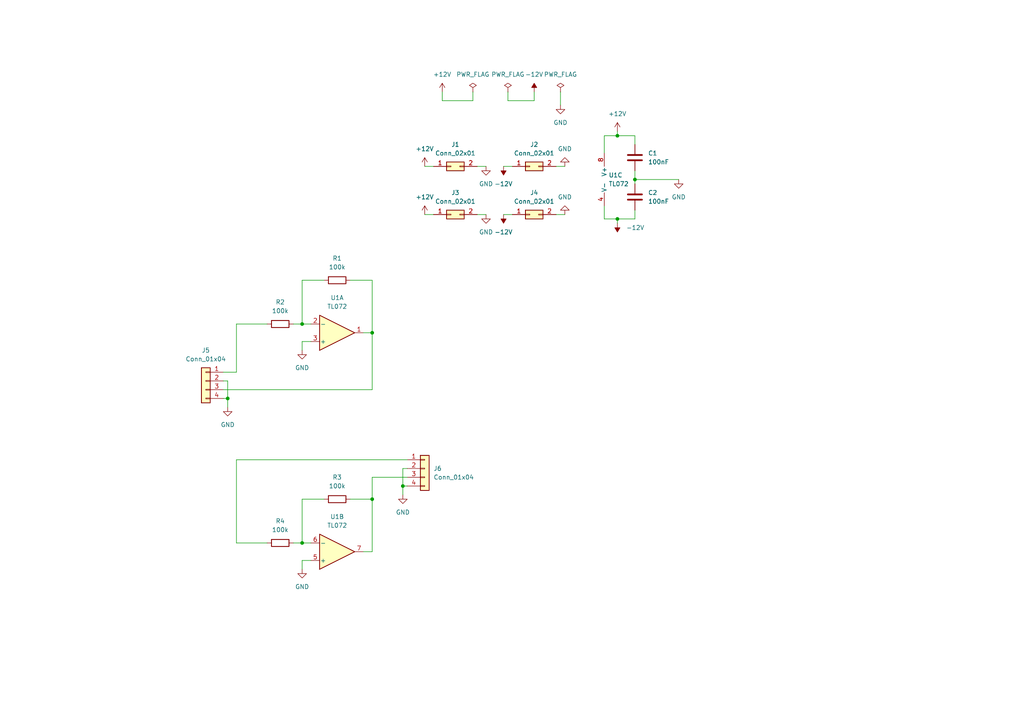
<source format=kicad_sch>
(kicad_sch (version 20211123) (generator eeschema)
  (paper "A4")
  (lib_symbols
    (symbol "Amplifier_Operational:TL072" (pin_names (offset 0.127))
      (property "Reference" "U" (at 0 5.08 0))
      (property "Value" "TL072" (at 0 -5.08 0))
      (symbol "TL072_1_1"
        (polyline (pts (xy -5.08 5.08) (xy 5.08 0) (xy -5.08 -5.08) (xy -5.08 5.08)) (stroke (width 0.254)) (fill (type background)))
        (pin output line (at 7.62 0 180) (length 2.54) (name "~") (number "1"))
        (pin input line (at -7.62 -2.54 0) (length 2.54) (name "-") (number "2"))
        (pin input line (at -7.62 2.54 0) (length 2.54) (name "+") (number "3"))
      )
      (symbol "TL072_2_1"
        (polyline (pts (xy -5.08 5.08) (xy 5.08 0) (xy -5.08 -5.08) (xy -5.08 5.08)) (stroke (width 0.254)) (fill (type background)))
        (pin input line (at -7.62 2.54 0) (length 2.54) (name "+") (number "5"))
        (pin input line (at -7.62 -2.54 0) (length 2.54) (name "-") (number "6"))
        (pin output line (at 7.62 0 180) (length 2.54) (name "~") (number "7"))
      )
      (symbol "TL072_3_1"
        (pin power_in line (at -2.54 -7.62 90) (length 3.81) (name "V-") (number "4"))
        (pin power_in line (at -2.54 7.62 270) (length 3.81) (name "V+") (number "8"))
      )
    )
    (symbol "Connector_Generic:Conn_01x04" (pin_names (offset 1.016) hide)
      (property "Reference" "J" (at 0 5.08 0))
      (property "Value" "Conn_01x04" (at 0 -7.62 0))
      (symbol "Conn_01x04_1_1"
        (rectangle (start -1.27 -4.953) (end 0 -5.207) (stroke (width 0.1524)))
        (rectangle (start -1.27 -2.413) (end 0 -2.667) (stroke (width 0.1524)))
        (rectangle (start -1.27 0.127) (end 0 -0.127) (stroke (width 0.1524)))
        (rectangle (start -1.27 2.667) (end 0 2.413) (stroke (width 0.1524)))
        (rectangle (start -1.27 3.81) (end 1.27 -6.35) (stroke (width 0.254)) (fill (type background)))
        (pin passive line (at -5.08 2.54 0) (length 3.81) (name "Pin_1") (number "1"))
        (pin passive line (at -5.08 0 0) (length 3.81) (name "Pin_2") (number "2"))
        (pin passive line (at -5.08 -2.54 0) (length 3.81) (name "Pin_3") (number "3"))
        (pin passive line (at -5.08 -5.08 0) (length 3.81) (name "Pin_4") (number "4"))
      )
    )
    (symbol "Connector_Generic:Conn_02x01" (pin_names (offset 1.016) hide)
      (property "Reference" "J" (at 1.27 2.54 0))
      (property "Value" "Conn_02x01" (at 1.27 -2.54 0))
      (symbol "Conn_02x01_1_1"
        (rectangle (start -1.27 0.127) (end 0 -0.127) (stroke (width 0.1524)))
        (rectangle (start -1.27 1.27) (end 3.81 -1.27) (stroke (width 0.254)) (fill (type background)))
        (rectangle (start 3.81 0.127) (end 2.54 -0.127) (stroke (width 0.1524)))
        (pin passive line (at -5.08 0 0) (length 3.81) (name "Pin_1") (number "1"))
        (pin passive line (at 7.62 0 180) (length 3.81) (name "Pin_2") (number "2"))
      )
    )
    (symbol "Device:C" (pin_numbers hide) (pin_names (offset 0.254))
      (property "Reference" "C" (at 0.635 2.54 0))
      (property "Value" "C" (at 0.635 -2.54 0))
      (symbol "C_0_1"
        (polyline (pts (xy -2.032 -0.762) (xy 2.032 -0.762)) (stroke (width 0.508)))
        (polyline (pts (xy -2.032 0.762) (xy 2.032 0.762)) (stroke (width 0.508)))
      )
      (symbol "C_1_1"
        (pin passive line (at 0 3.81 270) (length 2.794) (name "~") (number "1"))
        (pin passive line (at 0 -3.81 90) (length 2.794) (name "~") (number "2"))
      )
    )
    (symbol "Device:R" (pin_numbers hide) (pin_names (offset 0))
      (property "Reference" "R" (at 2.032 0 90))
      (property "Value" "R" (at 0 0 90))
      (symbol "R_0_1"
        (rectangle (start -1.016 -2.54) (end 1.016 2.54) (stroke (width 0.254)))
      )
      (symbol "R_1_1"
        (pin passive line (at 0 3.81 270) (length 1.27) (name "~") (number "1"))
        (pin passive line (at 0 -3.81 90) (length 1.27) (name "~") (number "2"))
      )
    )
    (symbol "power:+12V" (power) (pin_names (offset 0))
      (property "Value" "+12V" (at 0 3.556 0))
      (symbol "+12V_0_1"
        (polyline (pts (xy -0.762 1.27) (xy 0 2.54)))
        (polyline (pts (xy 0 0) (xy 0 2.54)))
        (polyline (pts (xy 0 2.54) (xy 0.762 1.27)))
      )
      (symbol "+12V_1_1"
        (pin power_in line (at 0 0 90) (length 0) hide (name "+12V") (number "1"))
      )
    )
    (symbol "power:-12V" (power) (pin_names (offset 0))
      (property "Value" "-12V" (at 0 3.81 0))
      (symbol "-12V_0_0"
        (pin power_in line (at 0 0 90) (length 0) hide (name "-12V") (number "1"))
      )
      (symbol "-12V_0_1"
        (polyline (pts (xy 0 0) (xy 0 1.27) (xy 0.762 1.27) (xy 0 2.54) (xy -0.762 1.27) (xy 0 1.27)) (fill (type outline)))
      )
    )
    (symbol "power:GND" (power) (pin_names (offset 0))
      (property "Value" "GND" (at 0 -3.81 0))
      (symbol "GND_0_1"
        (polyline (pts (xy 0 0) (xy 0 -1.27) (xy 1.27 -1.27) (xy 0 -2.54) (xy -1.27 -1.27) (xy 0 -1.27)))
      )
      (symbol "GND_1_1"
        (pin power_in line (at 0 0 270) (length 0) hide (name "GND") (number "1"))
      )
    )
    (symbol "power:PWR_FLAG" (power) (pin_numbers hide) (pin_names (offset 0) hide)
      (property "Value" "PWR_FLAG" (at 0 3.81 0))
      (symbol "PWR_FLAG_0_0"
        (pin power_out line (at 0 0 90) (length 0) (name "pwr") (number "1"))
      )
      (symbol "PWR_FLAG_0_1"
        (polyline (pts (xy 0 0) (xy 0 1.27) (xy -1.016 1.905) (xy 0 2.54) (xy 1.016 1.905) (xy 0 1.27)))
      )
    )
  )
  (junction (at 87.63 93.98))
  (junction (at 66.04 115.57))
  (junction (at 107.95 144.78))
  (junction (at 179.07 39.37))
  (junction (at 179.07 63.5))
  (junction (at 116.84 140.97))
  (junction (at 87.63 157.48))
  (junction (at 184.15 52.07))
  (junction (at 107.95 96.52))
  (wire (pts (xy 107.95 144.78) (xy 107.95 138.43)))
  (wire (pts (xy 116.84 140.97) (xy 116.84 135.89)))
  (wire (pts (xy 184.15 39.37) (xy 179.07 39.37)))
  (wire (pts (xy 116.84 140.97) (xy 116.84 143.51)))
  (wire (pts (xy 64.77 113.03) (xy 107.95 113.03)))
  (wire (pts (xy 184.15 63.5) (xy 184.15 60.96)))
  (wire (pts (xy 64.77 115.57) (xy 66.04 115.57)))
  (wire (pts (xy 184.15 41.91) (xy 184.15 39.37)))
  (wire (pts (xy 161.29 62.23) (xy 163.83 62.23)))
  (wire (pts (xy 93.98 144.78) (xy 87.63 144.78)))
  (wire (pts (xy 175.26 59.69) (xy 175.26 63.5)))
  (wire (pts (xy 90.17 93.98) (xy 87.63 93.98)))
  (wire (pts (xy 179.07 39.37) (xy 175.26 39.37)))
  (wire (pts (xy 147.32 29.21) (xy 154.94 29.21)))
  (wire (pts (xy 87.63 162.56) (xy 90.17 162.56)))
  (wire (pts (xy 87.63 157.48) (xy 90.17 157.48)))
  (wire (pts (xy 184.15 52.07) (xy 196.85 52.07)))
  (wire (pts (xy 138.43 48.26) (xy 140.97 48.26)))
  (wire (pts (xy 68.58 133.35) (xy 68.58 157.48)))
  (wire (pts (xy 68.58 157.48) (xy 77.47 157.48)))
  (wire (pts (xy 87.63 81.28) (xy 93.98 81.28)))
  (wire (pts (xy 162.56 26.67) (xy 162.56 30.48)))
  (wire (pts (xy 68.58 107.95) (xy 68.58 93.98)))
  (wire (pts (xy 184.15 49.53) (xy 184.15 52.07)))
  (wire (pts (xy 107.95 81.28) (xy 107.95 96.52)))
  (wire (pts (xy 85.09 93.98) (xy 87.63 93.98)))
  (wire (pts (xy 146.05 62.23) (xy 148.59 62.23)))
  (wire (pts (xy 87.63 144.78) (xy 87.63 157.48)))
  (wire (pts (xy 101.6 81.28) (xy 107.95 81.28)))
  (wire (pts (xy 66.04 115.57) (xy 66.04 110.49)))
  (wire (pts (xy 85.09 157.48) (xy 87.63 157.48)))
  (wire (pts (xy 116.84 135.89) (xy 118.11 135.89)))
  (wire (pts (xy 147.32 26.67) (xy 147.32 29.21)))
  (wire (pts (xy 101.6 144.78) (xy 107.95 144.78)))
  (wire (pts (xy 179.07 63.5) (xy 184.15 63.5)))
  (wire (pts (xy 123.19 62.23) (xy 125.73 62.23)))
  (wire (pts (xy 68.58 93.98) (xy 77.47 93.98)))
  (wire (pts (xy 179.07 63.5) (xy 179.07 64.77)))
  (wire (pts (xy 105.41 160.02) (xy 107.95 160.02)))
  (wire (pts (xy 87.63 99.06) (xy 90.17 99.06)))
  (wire (pts (xy 184.15 52.07) (xy 184.15 53.34)))
  (wire (pts (xy 107.95 160.02) (xy 107.95 144.78)))
  (wire (pts (xy 64.77 110.49) (xy 66.04 110.49)))
  (wire (pts (xy 64.77 107.95) (xy 68.58 107.95)))
  (wire (pts (xy 123.19 48.26) (xy 125.73 48.26)))
  (wire (pts (xy 146.05 48.26) (xy 148.59 48.26)))
  (wire (pts (xy 87.63 93.98) (xy 87.63 81.28)))
  (wire (pts (xy 175.26 63.5) (xy 179.07 63.5)))
  (wire (pts (xy 175.26 39.37) (xy 175.26 44.45)))
  (wire (pts (xy 118.11 133.35) (xy 68.58 133.35)))
  (wire (pts (xy 87.63 165.1) (xy 87.63 162.56)))
  (wire (pts (xy 66.04 118.11) (xy 66.04 115.57)))
  (wire (pts (xy 107.95 138.43) (xy 118.11 138.43)))
  (wire (pts (xy 128.27 26.67) (xy 128.27 29.21)))
  (wire (pts (xy 105.41 96.52) (xy 107.95 96.52)))
  (wire (pts (xy 154.94 26.67) (xy 154.94 29.21)))
  (wire (pts (xy 87.63 101.6) (xy 87.63 99.06)))
  (wire (pts (xy 161.29 48.26) (xy 163.83 48.26)))
  (wire (pts (xy 138.43 62.23) (xy 140.97 62.23)))
  (wire (pts (xy 116.84 140.97) (xy 118.11 140.97)))
  (wire (pts (xy 137.16 29.21) (xy 128.27 29.21)))
  (wire (pts (xy 107.95 96.52) (xy 107.95 113.03)))
  (wire (pts (xy 137.16 26.67) (xy 137.16 29.21)))
  (wire (pts (xy 179.07 38.1) (xy 179.07 39.37)))
  (symbol (lib_id "power:PWR_FLAG") (at 147.32 26.67 0) (unit 1)
    (property "Reference" "#FLG02" (effects hide))
    (property "Value" "PWR_FLAG" (at 147.32 21.59 0))
  )
  (symbol (lib_id "power:GND") (at 140.97 48.26 0) (unit 1)
    (property "Reference" "#PWR06" (effects hide))
    (property "Value" "GND" (at 140.97 53.34 0))
  )
  (symbol (lib_id "power:GND") (at 66.04 118.11 0) (unit 1)
    (property "Reference" "#PWR016" (effects hide))
    (property "Value" "GND" (at 66.04 123.19 0))
  )
  (symbol (lib_id "Device:C") (at 184.15 45.72 0) (unit 1)
    (property "Reference" "C1" (at 187.96 44.4499 0) (effects (justify left)))
    (property "Value" "100nF" (at 187.96 46.9899 0) (effects (justify left)))
    (property "Footprint" "Capacitor_THT:C_Disc_D4.7mm_W2.5mm_P5.00mm" (effects hide))
  )
  (symbol (lib_id "Device:C") (at 184.15 57.15 0) (unit 1)
    (property "Reference" "C2" (at 187.96 55.8799 0) (effects (justify left)))
    (property "Value" "100nF" (at 187.96 58.4199 0) (effects (justify left)))
    (property "Footprint" "Capacitor_THT:C_Disc_D4.7mm_W2.5mm_P5.00mm" (effects hide))
  )
  (symbol (lib_id "power:GND") (at 162.56 30.48 0) (unit 1)
    (property "Reference" "#PWR03" (effects hide))
    (property "Value" "GND" (at 162.56 35.56 0))
  )
  (symbol (lib_id "power:-12V") (at 179.07 64.77 180) (unit 1)
    (property "Reference" "#PWR014" (effects hide))
    (property "Value" "-12V" (at 181.61 66.0399 0) (effects (justify right)))
  )
  (symbol (lib_id "power:-12V") (at 146.05 62.23 0) (mirror x) (unit 1)
    (property "Reference" "#PWR012" (effects hide))
    (property "Value" "-12V" (at 146.05 67.31 0))
  )
  (symbol (lib_id "Amplifier_Operational:TL072") (at 97.79 96.52 0) (mirror x) (unit 1)
    (property "Reference" "U1" (at 97.79 86.36 0))
    (property "Value" "TL072" (at 97.79 88.9 0))
    (property "Footprint" "Package_DIP:DIP-8_W7.62mm_Socket" (effects hide))
    (property "Datasheet" "http://www.ti.com/lit/ds/symlink/tl071.pdf" (effects hide))
  )
  (symbol (lib_id "Device:R") (at 81.28 157.48 90) (unit 1)
    (property "Reference" "R4" (at 81.28 151.13 90))
    (property "Value" "100k" (at 81.28 153.67 90))
    (property "Footprint" "Resistor_THT:R_Axial_DIN0207_L6.3mm_D2.5mm_P2.54mm_Vertical" (effects hide))
  )
  (symbol (lib_id "Connector_Generic:Conn_02x01") (at 130.81 62.23 0) (unit 1)
    (property "Reference" "J3" (at 132.08 55.88 0))
    (property "Value" "Conn_02x01" (at 132.08 58.42 0))
    (property "Footprint" "Connector_PinHeader_2.54mm:PinHeader_2x01_P2.54mm_Vertical" (effects hide))
  )
  (symbol (lib_id "Device:R") (at 97.79 144.78 90) (unit 1)
    (property "Reference" "R3" (at 97.79 138.43 90))
    (property "Value" "100k" (at 97.79 140.97 90))
    (property "Footprint" "Resistor_THT:R_Axial_DIN0207_L6.3mm_D2.5mm_P2.54mm_Vertical" (effects hide))
  )
  (symbol (lib_id "Connector_Generic:Conn_02x01") (at 153.67 62.23 0) (unit 1)
    (property "Reference" "J4" (at 154.94 55.88 0))
    (property "Value" "Conn_02x01" (at 154.94 58.42 0))
    (property "Footprint" "Connector_PinHeader_2.54mm:PinHeader_2x01_P2.54mm_Vertical" (effects hide))
  )
  (symbol (lib_id "power:+12V") (at 123.19 62.23 0) (unit 1)
    (property "Reference" "#PWR010" (effects hide))
    (property "Value" "+12V" (at 123.19 57.15 0))
  )
  (symbol (lib_id "power:+12V") (at 123.19 48.26 0) (unit 1)
    (property "Reference" "#PWR05" (effects hide))
    (property "Value" "+12V" (at 123.19 43.18 0))
  )
  (symbol (lib_id "power:-12V") (at 154.94 26.67 0) (unit 1)
    (property "Reference" "#PWR02" (effects hide))
    (property "Value" "-12V" (at 154.94 21.59 0))
  )
  (symbol (lib_id "Device:R") (at 81.28 93.98 90) (unit 1)
    (property "Reference" "R2" (at 81.28 87.63 90))
    (property "Value" "100k" (at 81.28 90.17 90))
    (property "Footprint" "Resistor_THT:R_Axial_DIN0207_L6.3mm_D2.5mm_P2.54mm_Vertical" (effects hide))
  )
  (symbol (lib_id "power:GND") (at 163.83 48.26 0) (mirror x) (unit 1)
    (property "Reference" "#PWR08" (effects hide))
    (property "Value" "GND" (at 163.83 43.18 0))
  )
  (symbol (lib_id "power:GND") (at 140.97 62.23 0) (unit 1)
    (property "Reference" "#PWR011" (effects hide))
    (property "Value" "GND" (at 140.97 67.31 0))
  )
  (symbol (lib_id "Connector_Generic:Conn_01x04") (at 59.69 110.49 0) (mirror y) (unit 1)
    (property "Reference" "J5" (at 59.69 101.6 0))
    (property "Value" "Conn_01x04" (at 59.69 104.14 0))
    (property "Footprint" "Connector_PinHeader_2.54mm:PinHeader_1x04_P2.54mm_Vertical" (effects hide))
  )
  (symbol (lib_id "Amplifier_Operational:TL072") (at 97.79 160.02 0) (mirror x) (unit 2)
    (property "Reference" "U1" (at 97.79 149.86 0))
    (property "Value" "TL072" (at 97.79 152.4 0))
    (property "Footprint" "Package_DIP:DIP-8_W7.62mm_Socket" (effects hide))
    (property "Datasheet" "http://www.ti.com/lit/ds/symlink/tl071.pdf" (effects hide))
  )
  (symbol (lib_id "Connector_Generic:Conn_02x01") (at 130.81 48.26 0) (unit 1)
    (property "Reference" "J1" (at 132.08 41.91 0))
    (property "Value" "Conn_02x01" (at 132.08 44.45 0))
    (property "Footprint" "Connector_PinHeader_2.54mm:PinHeader_2x01_P2.54mm_Vertical" (effects hide))
  )
  (symbol (lib_id "power:GND") (at 116.84 143.51 0) (unit 1)
    (property "Reference" "#PWR017" (effects hide))
    (property "Value" "GND" (at 116.84 148.59 0))
  )
  (symbol (lib_id "power:+12V") (at 128.27 26.67 0) (unit 1)
    (property "Reference" "#PWR01" (effects hide))
    (property "Value" "+12V" (at 128.27 21.59 0))
  )
  (symbol (lib_id "Connector_Generic:Conn_01x04") (at 123.19 135.89 0) (unit 1)
    (property "Reference" "J6" (at 125.73 135.8899 0) (effects (justify left)))
    (property "Value" "Conn_01x04" (at 125.73 138.4299 0) (effects (justify left)))
    (property "Footprint" "Connector_PinHeader_2.54mm:PinHeader_1x04_P2.54mm_Vertical" (effects hide))
  )
  (symbol (lib_id "power:PWR_FLAG") (at 162.56 26.67 0) (unit 1)
    (property "Reference" "#FLG03" (effects hide))
    (property "Value" "PWR_FLAG" (at 162.56 21.59 0))
  )
  (symbol (lib_id "Device:R") (at 97.79 81.28 90) (unit 1)
    (property "Reference" "R1" (at 97.79 74.93 90))
    (property "Value" "100k" (at 97.79 77.47 90))
    (property "Footprint" "Resistor_THT:R_Axial_DIN0207_L6.3mm_D2.5mm_P2.54mm_Vertical" (effects hide))
  )
  (symbol (lib_id "power:+12V") (at 179.07 38.1 0) (unit 1)
    (property "Reference" "#PWR04" (effects hide))
    (property "Value" "+12V" (at 179.07 33.02 0))
  )
  (symbol (lib_id "power:GND") (at 196.85 52.07 0) (unit 1)
    (property "Reference" "#PWR09" (effects hide))
    (property "Value" "GND" (at 196.85 57.15 0))
  )
  (symbol (lib_id "power:PWR_FLAG") (at 137.16 26.67 0) (unit 1)
    (property "Reference" "#FLG01" (effects hide))
    (property "Value" "PWR_FLAG" (at 137.16 21.59 0))
  )
  (symbol (lib_id "power:GND") (at 87.63 101.6 0) (unit 1)
    (property "Reference" "#PWR015" (effects hide))
    (property "Value" "GND" (at 87.63 106.68 0))
  )
  (symbol (lib_id "Amplifier_Operational:TL072") (at 177.8 52.07 0) (unit 3)
    (property "Reference" "U1" (at 176.53 50.7999 0) (effects (justify left)))
    (property "Value" "TL072" (at 176.53 53.3399 0) (effects (justify left)))
    (property "Footprint" "Package_DIP:DIP-8_W7.62mm_Socket" (effects hide))
    (property "Datasheet" "http://www.ti.com/lit/ds/symlink/tl071.pdf" (effects hide))
  )
  (symbol (lib_id "power:GND") (at 87.63 165.1 0) (unit 1)
    (property "Reference" "#PWR018" (effects hide))
    (property "Value" "GND" (at 87.63 170.18 0))
  )
  (symbol (lib_id "power:-12V") (at 146.05 48.26 0) (mirror x) (unit 1)
    (property "Reference" "#PWR07" (effects hide))
    (property "Value" "-12V" (at 146.05 53.34 0))
  )
  (symbol (lib_id "power:GND") (at 163.83 62.23 0) (mirror x) (unit 1)
    (property "Reference" "#PWR013" (effects hide))
    (property "Value" "GND" (at 163.83 57.15 0))
  )
  (symbol (lib_id "Connector_Generic:Conn_02x01") (at 153.67 48.26 0) (unit 1)
    (property "Reference" "J2" (at 154.94 41.91 0))
    (property "Value" "Conn_02x01" (at 154.94 44.45 0))
    (property "Footprint" "Connector_PinHeader_2.54mm:PinHeader_2x01_P2.54mm_Vertical" (effects hide))
  )
)
</source>
